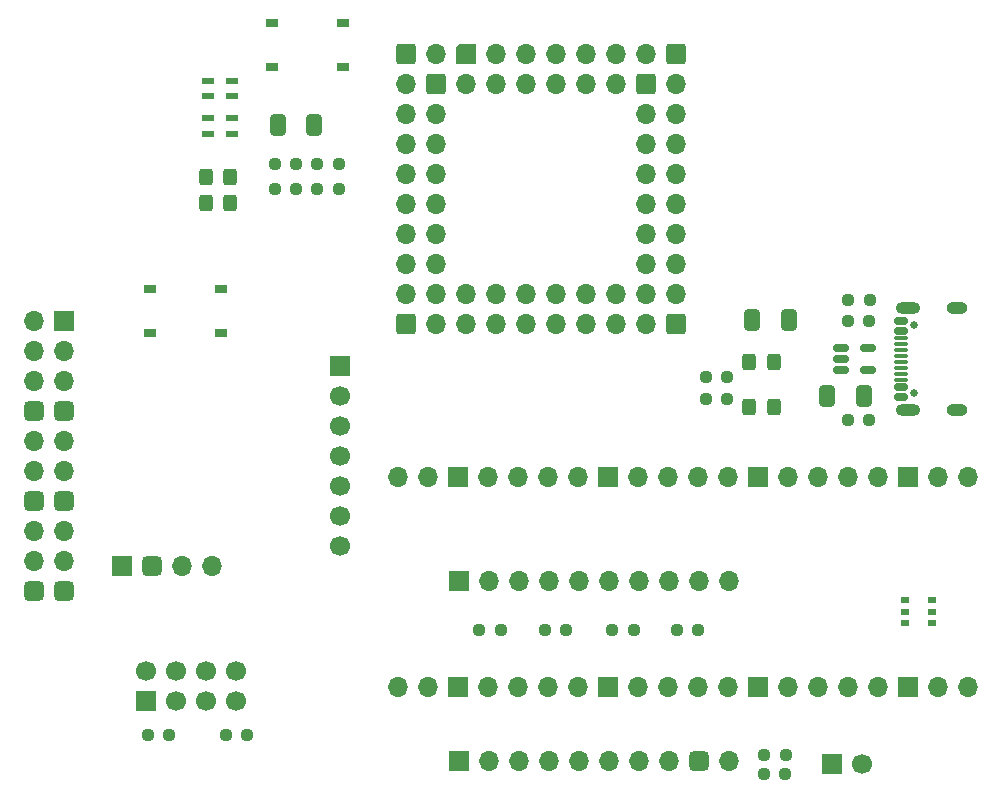
<source format=gbr>
%TF.GenerationSoftware,KiCad,Pcbnew,9.0.1*%
%TF.CreationDate,2025-04-18T18:57:09+02:00*%
%TF.ProjectId,hexapod2_cli,68657861-706f-4643-925f-636c692e6b69,rev?*%
%TF.SameCoordinates,Original*%
%TF.FileFunction,Soldermask,Top*%
%TF.FilePolarity,Negative*%
%FSLAX46Y46*%
G04 Gerber Fmt 4.6, Leading zero omitted, Abs format (unit mm)*
G04 Created by KiCad (PCBNEW 9.0.1) date 2025-04-18 18:57:09*
%MOMM*%
%LPD*%
G01*
G04 APERTURE LIST*
G04 Aperture macros list*
%AMRoundRect*
0 Rectangle with rounded corners*
0 $1 Rounding radius*
0 $2 $3 $4 $5 $6 $7 $8 $9 X,Y pos of 4 corners*
0 Add a 4 corners polygon primitive as box body*
4,1,4,$2,$3,$4,$5,$6,$7,$8,$9,$2,$3,0*
0 Add four circle primitives for the rounded corners*
1,1,$1+$1,$2,$3*
1,1,$1+$1,$4,$5*
1,1,$1+$1,$6,$7*
1,1,$1+$1,$8,$9*
0 Add four rect primitives between the rounded corners*
20,1,$1+$1,$2,$3,$4,$5,0*
20,1,$1+$1,$4,$5,$6,$7,0*
20,1,$1+$1,$6,$7,$8,$9,0*
20,1,$1+$1,$8,$9,$2,$3,0*%
%AMOutline5P*
0 Free polygon, 5 corners , with rotation*
0 The origin of the aperture is its center*
0 number of corners: always 5*
0 $1 to $10 corner X, Y*
0 $11 Rotation angle, in degrees counterclockwise*
0 create outline with 5 corners*
4,1,5,$1,$2,$3,$4,$5,$6,$7,$8,$9,$10,$1,$2,$11*%
%AMOutline6P*
0 Free polygon, 6 corners , with rotation*
0 The origin of the aperture is its center*
0 number of corners: always 6*
0 $1 to $12 corner X, Y*
0 $13 Rotation angle, in degrees counterclockwise*
0 create outline with 6 corners*
4,1,6,$1,$2,$3,$4,$5,$6,$7,$8,$9,$10,$11,$12,$1,$2,$13*%
%AMOutline7P*
0 Free polygon, 7 corners , with rotation*
0 The origin of the aperture is its center*
0 number of corners: always 7*
0 $1 to $14 corner X, Y*
0 $15 Rotation angle, in degrees counterclockwise*
0 create outline with 7 corners*
4,1,7,$1,$2,$3,$4,$5,$6,$7,$8,$9,$10,$11,$12,$13,$14,$1,$2,$15*%
%AMOutline8P*
0 Free polygon, 8 corners , with rotation*
0 The origin of the aperture is its center*
0 number of corners: always 8*
0 $1 to $16 corner X, Y*
0 $17 Rotation angle, in degrees counterclockwise*
0 create outline with 8 corners*
4,1,8,$1,$2,$3,$4,$5,$6,$7,$8,$9,$10,$11,$12,$13,$14,$15,$16,$1,$2,$17*%
G04 Aperture macros list end*
%ADD10R,1.700000X1.700000*%
%ADD11O,1.700000X1.700000*%
%ADD12RoundRect,0.150000X-0.512500X-0.150000X0.512500X-0.150000X0.512500X0.150000X-0.512500X0.150000X0*%
%ADD13RoundRect,0.237500X0.250000X0.237500X-0.250000X0.237500X-0.250000X-0.237500X0.250000X-0.237500X0*%
%ADD14RoundRect,0.425000X0.425000X-0.425000X0.425000X0.425000X-0.425000X0.425000X-0.425000X-0.425000X0*%
%ADD15RoundRect,0.237500X-0.250000X-0.237500X0.250000X-0.237500X0.250000X0.237500X-0.250000X0.237500X0*%
%ADD16R,1.000000X0.750000*%
%ADD17R,0.700000X0.510000*%
%ADD18C,1.700000*%
%ADD19RoundRect,0.250000X0.325000X0.450000X-0.325000X0.450000X-0.325000X-0.450000X0.325000X-0.450000X0*%
%ADD20RoundRect,0.250000X-0.325000X-0.450000X0.325000X-0.450000X0.325000X0.450000X-0.325000X0.450000X0*%
%ADD21RoundRect,0.250000X-0.412500X-0.650000X0.412500X-0.650000X0.412500X0.650000X-0.412500X0.650000X0*%
%ADD22R,1.000000X0.600000*%
%ADD23C,0.650000*%
%ADD24RoundRect,0.150000X0.425000X-0.150000X0.425000X0.150000X-0.425000X0.150000X-0.425000X-0.150000X0*%
%ADD25RoundRect,0.075000X0.500000X-0.075000X0.500000X0.075000X-0.500000X0.075000X-0.500000X-0.075000X0*%
%ADD26O,2.100000X1.000000*%
%ADD27O,1.800000X1.000000*%
%ADD28RoundRect,0.250000X-0.600000X-0.600000X0.600000X-0.600000X0.600000X0.600000X-0.600000X0.600000X0*%
%ADD29Outline5P,-0.850000X0.510000X-0.510000X0.850000X0.850000X0.850000X0.850000X-0.850000X-0.850000X-0.850000X0.000000*%
%ADD30RoundRect,0.250000X0.412500X0.650000X-0.412500X0.650000X-0.412500X-0.650000X0.412500X-0.650000X0*%
%ADD31RoundRect,0.425000X0.425000X0.425000X-0.425000X0.425000X-0.425000X-0.425000X0.425000X-0.425000X0*%
G04 APERTURE END LIST*
D10*
%TO.C,J2*%
X131764000Y-109113400D03*
D11*
X134304000Y-109113400D03*
X136844000Y-109113400D03*
X139384000Y-109113400D03*
X141924000Y-109113400D03*
X144464000Y-109113400D03*
X147004000Y-109113400D03*
X149544000Y-109113400D03*
X152084000Y-109113400D03*
X154624000Y-109113400D03*
%TD*%
D12*
%TO.C,U2*%
X164089500Y-89347000D03*
X164089500Y-90297000D03*
X164089500Y-91247000D03*
X166364500Y-91247000D03*
X166364500Y-89347000D03*
%TD*%
D13*
%TO.C,R5*%
X152019000Y-113284000D03*
X150194000Y-113284000D03*
%TD*%
D11*
%TO.C,U1*%
X174880000Y-100330000D03*
X172340000Y-100330000D03*
D10*
X169800000Y-100330000D03*
D11*
X167260000Y-100330000D03*
X164720000Y-100330000D03*
X162180000Y-100330000D03*
X159640000Y-100330000D03*
D10*
X157100000Y-100330000D03*
D11*
X154560000Y-100330000D03*
X152020000Y-100330000D03*
X149480000Y-100330000D03*
X146940000Y-100330000D03*
D10*
X144400000Y-100330000D03*
D11*
X141860000Y-100330000D03*
X139320000Y-100330000D03*
X136780000Y-100330000D03*
X134240000Y-100330000D03*
D10*
X131700000Y-100330000D03*
D11*
X129160000Y-100330000D03*
X126620000Y-100330000D03*
X126620000Y-118110000D03*
X129160000Y-118110000D03*
D10*
X131700000Y-118110000D03*
D11*
X134240000Y-118110000D03*
X136780000Y-118110000D03*
X139320000Y-118110000D03*
X141860000Y-118110000D03*
D10*
X144400000Y-118110000D03*
D11*
X146940000Y-118110000D03*
X149480000Y-118110000D03*
X152020000Y-118110000D03*
X154560000Y-118110000D03*
D10*
X157100000Y-118110000D03*
D11*
X159640000Y-118110000D03*
X162180000Y-118110000D03*
X164720000Y-118110000D03*
X167260000Y-118110000D03*
D10*
X169800000Y-118110000D03*
D11*
X172340000Y-118110000D03*
X174880000Y-118110000D03*
%TD*%
D10*
%TO.C,J1*%
X131764000Y-124353400D03*
D11*
X134304000Y-124353400D03*
X136844000Y-124353400D03*
X139384000Y-124353400D03*
X141924000Y-124353400D03*
X144464000Y-124353400D03*
X147004000Y-124353400D03*
X149544000Y-124353400D03*
D14*
X152084000Y-124353400D03*
D11*
X154624000Y-124353400D03*
%TD*%
D15*
%TO.C,R11*%
X105386500Y-122174000D03*
X107211500Y-122174000D03*
%TD*%
D16*
%TO.C,SW2*%
X105585000Y-84358000D03*
X111585000Y-84358000D03*
X105585000Y-88108000D03*
X111585000Y-88108000D03*
%TD*%
D17*
%TO.C,Q1*%
X169511000Y-110749000D03*
X169511000Y-111699000D03*
X169511000Y-112649000D03*
X171831000Y-112649000D03*
X171831000Y-111699000D03*
X171831000Y-110749000D03*
%TD*%
D10*
%TO.C,J7*%
X105283000Y-119253000D03*
D18*
X105283000Y-116713000D03*
X107823000Y-119253000D03*
X107823000Y-116713000D03*
X110363000Y-119253000D03*
X110363000Y-116713000D03*
X112903000Y-119253000D03*
X112903000Y-116713000D03*
%TD*%
D10*
%TO.C,J5*%
X121666000Y-90932000D03*
D18*
X121666000Y-93472000D03*
X121666000Y-96012000D03*
X121666000Y-98552000D03*
X121666000Y-101092000D03*
X121666000Y-103632000D03*
X121666000Y-106172000D03*
%TD*%
D13*
%TO.C,R16*%
X166497000Y-87122000D03*
X164672000Y-87122000D03*
%TD*%
D15*
%TO.C,R14*%
X152630500Y-91821000D03*
X154455500Y-91821000D03*
%TD*%
%TO.C,R10*%
X116134500Y-75946000D03*
X117959500Y-75946000D03*
%TD*%
%TO.C,R12*%
X111990500Y-122174000D03*
X113815500Y-122174000D03*
%TD*%
D13*
%TO.C,R15*%
X166544000Y-85344000D03*
X164719000Y-85344000D03*
%TD*%
D19*
%TO.C,D5*%
X158378000Y-94361000D03*
X156328000Y-94361000D03*
%TD*%
D15*
%TO.C,R3*%
X144733000Y-113284000D03*
X146558000Y-113284000D03*
%TD*%
D20*
%TO.C,D6*%
X156328000Y-90551000D03*
X158378000Y-90551000D03*
%TD*%
D15*
%TO.C,R2*%
X157607000Y-123825000D03*
X159432000Y-123825000D03*
%TD*%
%TO.C,R18*%
X164672000Y-95504000D03*
X166497000Y-95504000D03*
%TD*%
D20*
%TO.C,D4*%
X110345000Y-77089000D03*
X112395000Y-77089000D03*
%TD*%
D15*
%TO.C,R7*%
X116134500Y-73787000D03*
X117959500Y-73787000D03*
%TD*%
D21*
%TO.C,C2*%
X156552500Y-86995000D03*
X159677500Y-86995000D03*
%TD*%
D15*
%TO.C,R4*%
X139018000Y-113284000D03*
X140843000Y-113284000D03*
%TD*%
D10*
%TO.C,J8*%
X163322000Y-124587000D03*
D18*
X165862000Y-124587000D03*
%TD*%
D21*
%TO.C,C3*%
X162902500Y-93472000D03*
X166027500Y-93472000D03*
%TD*%
D10*
%TO.C,J4*%
X103200200Y-107848400D03*
D14*
X105740200Y-107848400D03*
D11*
X108280200Y-107848400D03*
X110820200Y-107848400D03*
%TD*%
D15*
%TO.C,R1*%
X157560000Y-125476000D03*
X159385000Y-125476000D03*
%TD*%
D16*
%TO.C,SW1*%
X115920000Y-61879000D03*
X121920000Y-61879000D03*
X115920000Y-65629000D03*
X121920000Y-65629000D03*
%TD*%
D15*
%TO.C,R8*%
X119737500Y-75946000D03*
X121562500Y-75946000D03*
%TD*%
D22*
%TO.C,D2*%
X110522000Y-66772000D03*
X110522000Y-68072000D03*
X112522000Y-68072000D03*
X112522000Y-66772000D03*
%TD*%
D23*
%TO.C,J6*%
X170242000Y-93187000D03*
X170242000Y-87407000D03*
D24*
X169167000Y-93497000D03*
X169167000Y-92697000D03*
D25*
X169167000Y-91547000D03*
X169167000Y-90547000D03*
X169167000Y-90047000D03*
X169167000Y-89047000D03*
D24*
X169167000Y-87897000D03*
X169167000Y-87097000D03*
X169167000Y-87097000D03*
X169167000Y-87897000D03*
D25*
X169167000Y-88547000D03*
X169167000Y-89547000D03*
X169167000Y-91047000D03*
X169167000Y-92047000D03*
D24*
X169167000Y-92697000D03*
X169167000Y-93497000D03*
D26*
X169742000Y-94617000D03*
D27*
X173922000Y-94617000D03*
D26*
X169742000Y-85977000D03*
D27*
X173922000Y-85977000D03*
%TD*%
D28*
%TO.C,U3*%
X127254000Y-64516000D03*
X150114000Y-64516000D03*
X129794000Y-67056000D03*
X147574000Y-67056000D03*
X127254000Y-87376000D03*
X150114000Y-87376000D03*
D11*
X132334000Y-67056000D03*
X129794000Y-64516000D03*
X127254000Y-67056000D03*
X129794000Y-69596000D03*
X134874000Y-64516000D03*
X134874000Y-67056000D03*
X127254000Y-69596000D03*
X129794000Y-72136000D03*
X127254000Y-72136000D03*
X129794000Y-74676000D03*
X127254000Y-74676000D03*
X129794000Y-77216000D03*
X127254000Y-77216000D03*
X129794000Y-79756000D03*
X127254000Y-79756000D03*
X129794000Y-82296000D03*
X127254000Y-82296000D03*
X129794000Y-84836000D03*
X127254000Y-84836000D03*
X129794000Y-87376000D03*
X132334000Y-87376000D03*
X132334000Y-84836000D03*
X134874000Y-87376000D03*
X134874000Y-84836000D03*
X137414000Y-87376000D03*
X137414000Y-84836000D03*
X139954000Y-87376000D03*
X139954000Y-84836000D03*
X142494000Y-87376000D03*
X142494000Y-84836000D03*
X145034000Y-87376000D03*
X145034000Y-84836000D03*
X147574000Y-87376000D03*
X147574000Y-84836000D03*
X150114000Y-84836000D03*
X147574000Y-82296000D03*
X150114000Y-82296000D03*
X147574000Y-79756000D03*
X150114000Y-79756000D03*
X147574000Y-77216000D03*
X150114000Y-77216000D03*
X147574000Y-74676000D03*
X150114000Y-74676000D03*
X147574000Y-72136000D03*
X150114000Y-72136000D03*
X147574000Y-69596000D03*
X150114000Y-69596000D03*
X150114000Y-67056000D03*
X147574000Y-64516000D03*
X145034000Y-67056000D03*
X137414000Y-67056000D03*
X145034000Y-64516000D03*
X137414000Y-64516000D03*
X139954000Y-67056000D03*
X142494000Y-67056000D03*
X139954000Y-64516000D03*
X142494000Y-64516000D03*
D29*
X132334000Y-64516000D03*
%TD*%
D22*
%TO.C,D1*%
X110522000Y-69947000D03*
X110522000Y-71247000D03*
X112522000Y-71247000D03*
X112522000Y-69947000D03*
%TD*%
D30*
%TO.C,C1*%
X119507000Y-70485000D03*
X116382000Y-70485000D03*
%TD*%
D13*
%TO.C,R6*%
X135278500Y-113284000D03*
X133453500Y-113284000D03*
%TD*%
D15*
%TO.C,R9*%
X119761000Y-73787000D03*
X121586000Y-73787000D03*
%TD*%
D13*
%TO.C,R17*%
X154455500Y-93726000D03*
X152630500Y-93726000D03*
%TD*%
D20*
%TO.C,D3*%
X110345000Y-74930000D03*
X112395000Y-74930000D03*
%TD*%
D10*
%TO.C,J3*%
X98298000Y-87122000D03*
D11*
X95758000Y-87122000D03*
X98298000Y-89662000D03*
X95758000Y-89662000D03*
X98298000Y-92202000D03*
X95758000Y-92202000D03*
D31*
X98298000Y-94742000D03*
X95758000Y-94742000D03*
D11*
X98298000Y-97282000D03*
X95758000Y-97282000D03*
X98298000Y-99822000D03*
X95758000Y-99822000D03*
D31*
X98298000Y-102362000D03*
X95758000Y-102362000D03*
D11*
X98298000Y-104902000D03*
X95758000Y-104902000D03*
X98298000Y-107442000D03*
X95758000Y-107442000D03*
D31*
X98298000Y-109982000D03*
X95758000Y-109982000D03*
%TD*%
M02*

</source>
